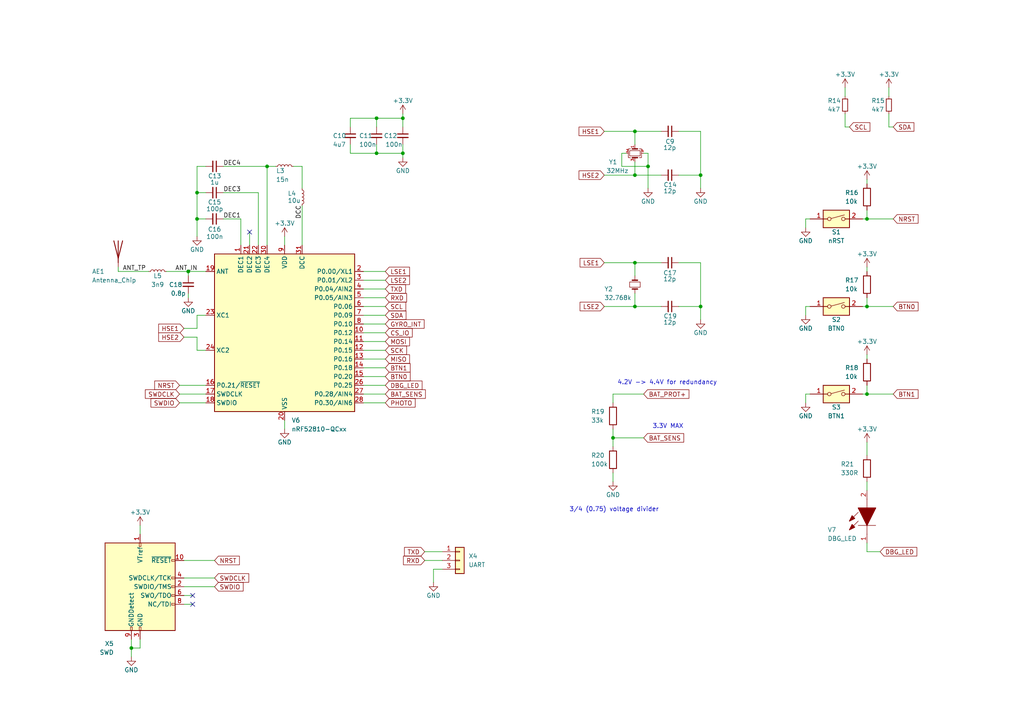
<source format=kicad_sch>
(kicad_sch (version 20211123) (generator eeschema)
  (paper "A4")
  (title_block (title "SmartWatch - [3] MCU") (date "2022-06-19") (comment 4 "Simon Brenninger"))
  (lib_symbols
    (symbol "Connector:Conn_ARM_JTAG_SWD_10" (pin_names (offset 1.016))
      (property "Reference" "J" (at -2.54 16.51 0))
      (property "Value" "Conn_ARM_JTAG_SWD_10" (at -2.54 13.97 0))
      (symbol "Conn_ARM_JTAG_SWD_10_0_1"
        (rectangle (start -10.16 12.7) (end 10.16 -12.7) (stroke (width 0.254)) (fill (type background)))
        (rectangle (start -2.794 -12.7) (end -2.286 -11.684))
        (rectangle (start -0.254 -12.7) (end 0.254 -11.684))
        (rectangle (start -0.254 12.7) (end 0.254 11.684))
        (rectangle (start 9.144 2.286) (end 10.16 2.794))
        (rectangle (start 10.16 -2.794) (end 9.144 -2.286))
        (rectangle (start 10.16 -0.254) (end 9.144 0.254))
        (rectangle (start 10.16 7.874) (end 9.144 7.366))
      )
      (symbol "Conn_ARM_JTAG_SWD_10_1_1"
        (rectangle (start 9.144 -5.334) (end 10.16 -4.826))
        (pin power_in line (at 0 15.24 270) (length 2.54) (name "VTref") (number "1"))
        (pin open_collector line (at 12.7 7.62 180) (length 2.54) (name "~{RESET}") (number "10"))
        (pin bidirectional line (at 12.7 0 180) (length 2.54) (name "SWDIO/TMS") (number "2"))
        (pin power_in line (at 0 -15.24 90) (length 2.54) (name "GND") (number "3"))
        (pin output line (at 12.7 2.54 180) (length 2.54) (name "SWDCLK/TCK") (number "4"))
        (pin passive line (at 0 -15.24 90) (length 2.54) hide (name "GND") (number "5"))
        (pin input line (at 12.7 -2.54 180) (length 2.54) (name "SWO/TDO") (number "6"))
        (pin no_connect line (at -10.16 0 0) (length 2.54) hide (name "KEY") (number "7"))
        (pin output line (at 12.7 -5.08 180) (length 2.54) (name "NC/TDI") (number "8"))
        (pin passive line (at -2.54 -15.24 90) (length 2.54) (name "GNDDetect") (number "9"))
      )
    )
    (symbol "Connector_Generic:Conn_01x03" (pin_names (offset 1.016) hide)
      (property "Reference" "J" (at 0 5.08 0))
      (property "Value" "Conn_01x03" (at 0 -5.08 0))
      (symbol "Conn_01x03_1_1"
        (rectangle (start -1.27 -2.413) (end 0 -2.667) (stroke (width 0.1524)))
        (rectangle (start -1.27 0.127) (end 0 -0.127) (stroke (width 0.1524)))
        (rectangle (start -1.27 2.667) (end 0 2.413) (stroke (width 0.1524)))
        (rectangle (start -1.27 3.81) (end 1.27 -3.81) (stroke (width 0.254)) (fill (type background)))
        (pin passive line (at -5.08 2.54 0) (length 3.81) (name "Pin_1") (number "1"))
        (pin passive line (at -5.08 0 0) (length 3.81) (name "Pin_2") (number "2"))
        (pin passive line (at -5.08 -2.54 0) (length 3.81) (name "Pin_3") (number "3"))
      )
    )
    (symbol "Device:Antenna" (pin_numbers hide) (pin_names (offset 1.016) hide)
      (property "Reference" "AE" (at -1.905 1.905 0))
      (property "Value" "Antenna" (at -1.905 0 0))
      (symbol "Antenna_0_1"
        (polyline (pts (xy 0 2.54) (xy 0 -3.81)) (stroke (width 0.254)))
        (polyline (pts (xy 1.27 2.54) (xy 0 -2.54) (xy -1.27 2.54)) (stroke (width 0.254)))
      )
      (symbol "Antenna_1_1"
        (pin input line (at 0 -5.08 90) (length 2.54) (name "A") (number "1"))
      )
    )
    (symbol "Device:C_Small" (pin_numbers hide) (pin_names (offset 0.254) hide)
      (property "Reference" "C" (at 0.254 1.778 0))
      (property "Value" "C_Small" (at 0.254 -2.032 0))
      (symbol "C_Small_0_1"
        (polyline (pts (xy -1.524 -0.508) (xy 1.524 -0.508)) (stroke (width 0.3302)))
        (polyline (pts (xy -1.524 0.508) (xy 1.524 0.508)) (stroke (width 0.3048)))
      )
      (symbol "C_Small_1_1"
        (pin passive line (at 0 2.54 270) (length 2.032) (name "~") (number "1"))
        (pin passive line (at 0 -2.54 90) (length 2.032) (name "~") (number "2"))
      )
    )
    (symbol "Device:Crystal_GND24_Small" (pin_names (offset 1.016) hide)
      (property "Reference" "Y" (at 1.27 4.445 0))
      (property "Value" "Crystal_GND24_Small" (at 1.27 2.54 0))
      (symbol "Crystal_GND24_Small_0_1"
        (rectangle (start -0.762 -1.524) (end 0.762 1.524))
        (polyline (pts (xy -1.27 -0.762) (xy -1.27 0.762)) (stroke (width 0.381)))
        (polyline (pts (xy 1.27 -0.762) (xy 1.27 0.762)) (stroke (width 0.381)))
        (polyline (pts (xy -1.27 -1.27) (xy -1.27 -1.905) (xy 1.27 -1.905) (xy 1.27 -1.27)))
        (polyline (pts (xy -1.27 1.27) (xy -1.27 1.905) (xy 1.27 1.905) (xy 1.27 1.27)))
      )
      (symbol "Crystal_GND24_Small_1_1"
        (pin passive line (at -2.54 0 0) (length 1.27) (name "1") (number "1"))
        (pin passive line (at 0 -2.54 90) (length 0.635) (name "2") (number "2"))
        (pin passive line (at 2.54 0 180) (length 1.27) (name "3") (number "3"))
        (pin passive line (at 0 2.54 270) (length 0.635) (name "4") (number "4"))
      )
    )
    (symbol "Device:Crystal_Small" (pin_numbers hide) (pin_names (offset 1.016) hide)
      (property "Reference" "Y" (at 0 2.54 0))
      (property "Value" "Crystal_Small" (at 0 -2.54 0))
      (symbol "Crystal_Small_0_1"
        (rectangle (start -0.762 -1.524) (end 0.762 1.524))
        (polyline (pts (xy -1.27 -0.762) (xy -1.27 0.762)) (stroke (width 0.381)))
        (polyline (pts (xy 1.27 -0.762) (xy 1.27 0.762)) (stroke (width 0.381)))
      )
      (symbol "Crystal_Small_1_1"
        (pin passive line (at -2.54 0 0) (length 1.27) (name "1") (number "1"))
        (pin passive line (at 2.54 0 180) (length 1.27) (name "2") (number "2"))
      )
    )
    (symbol "Device:L_Small" (pin_numbers hide) (pin_names (offset 0.254) hide)
      (property "Reference" "L" (at 0.762 1.016 0))
      (property "Value" "L_Small" (at 0.762 -1.016 0))
      (symbol "L_Small_0_1"
        (arc (start 0 -2.032) (mid 0.508 -1.524) (end 0 -1.016))
        (arc (start 0 -1.016) (mid 0.508 -0.508) (end 0 0))
        (arc (start 0 0) (mid 0.508 0.508) (end 0 1.016))
        (arc (start 0 1.016) (mid 0.508 1.524) (end 0 2.032))
      )
      (symbol "L_Small_1_1"
        (pin passive line (at 0 2.54 270) (length 0.508) (name "~") (number "1"))
        (pin passive line (at 0 -2.54 90) (length 0.508) (name "~") (number "2"))
      )
    )
    (symbol "Device:R" (pin_numbers hide) (pin_names (offset 0))
      (property "Reference" "R" (at 2.032 0 90))
      (property "Value" "R" (at 0 0 90))
      (symbol "R_0_1"
        (rectangle (start -1.016 -2.54) (end 1.016 2.54) (stroke (width 0.254)))
      )
      (symbol "R_1_1"
        (pin passive line (at 0 3.81 270) (length 1.27) (name "~") (number "1"))
        (pin passive line (at 0 -3.81 90) (length 1.27) (name "~") (number "2"))
      )
    )
    (symbol "Device:R_Small" (pin_numbers hide) (pin_names (offset 0.254) hide)
      (property "Reference" "R" (at 0.762 0.508 0))
      (property "Value" "R_Small" (at 0.762 -1.016 0))
      (symbol "R_Small_0_1"
        (rectangle (start -0.762 1.778) (end 0.762 -1.778) (stroke (width 0.2032)))
      )
      (symbol "R_Small_1_1"
        (pin passive line (at 0 2.54 270) (length 0.762) (name "~") (number "1"))
        (pin passive line (at 0 -2.54 90) (length 0.762) (name "~") (number "2"))
      )
    )
    (symbol "LED red:150060SS75000" (pin_names (offset 0.762))
      (property "Reference" "LED" (at 12.7 8.89 0))
      (property "Value" "150060SS75000" (at 12.7 6.35 0))
      (symbol "150060SS75000_0_0"
        (pin passive line (at 0 0 0) (length 2.54) (name "~") (number "1"))
        (pin passive line (at 15.24 0 180) (length 2.54) (name "~") (number "2"))
      )
      (symbol "150060SS75000_0_1"
        (polyline (pts (xy 2.54 0) (xy 5.08 0)) (stroke (width 0.1524)))
        (polyline (pts (xy 5.08 2.54) (xy 5.08 -2.54)) (stroke (width 0.1524)))
        (polyline (pts (xy 6.35 2.54) (xy 3.81 5.08)) (stroke (width 0.1524)))
        (polyline (pts (xy 8.89 2.54) (xy 6.35 5.08)) (stroke (width 0.1524)))
        (polyline (pts (xy 10.16 0) (xy 12.7 0)) (stroke (width 0.1524)))
        (polyline (pts (xy 5.08 0) (xy 10.16 2.54) (xy 10.16 -2.54) (xy 5.08 0)) (stroke (width 0.254)) (fill (type outline)))
        (polyline (pts (xy 5.334 4.318) (xy 4.572 3.556) (xy 3.81 5.08) (xy 5.334 4.318)) (stroke (width 0.254)) (fill (type outline)))
        (polyline (pts (xy 7.874 4.318) (xy 7.112 3.556) (xy 6.35 5.08) (xy 7.874 4.318)) (stroke (width 0.254)) (fill (type outline)))
      )
    )
    (symbol "MCU_Nordic:nRF52810-QCxx"
      (property "Reference" "U" (at 0 1.27 0))
      (property "Value" "nRF52810-QCxx" (at 0 -1.27 0))
      (symbol "nRF52810-QCxx_0_1"
        (rectangle (start -20.32 22.86) (end 20.32 -22.86) (stroke (width 0.254)) (fill (type background)))
      )
      (symbol "nRF52810-QCxx_1_1"
        (pin passive line (at -12.7 25.4 270) (length 2.54) (name "DEC1") (number "1"))
        (pin bidirectional line (at 22.86 0 180) (length 2.54) (name "P0.12") (number "10"))
        (pin bidirectional line (at 22.86 -2.54 180) (length 2.54) (name "P0.14") (number "11"))
        (pin bidirectional line (at 22.86 -5.08 180) (length 2.54) (name "P0.15") (number "12"))
        (pin bidirectional line (at 22.86 -7.62 180) (length 2.54) (name "P0.16") (number "13"))
        (pin bidirectional line (at 22.86 -10.16 180) (length 2.54) (name "P0.18") (number "14"))
        (pin bidirectional line (at 22.86 -12.7 180) (length 2.54) (name "P0.20") (number "15"))
        (pin bidirectional line (at -22.86 -15.24 0) (length 2.54) (name "P0.21/~{RESET}") (number "16"))
        (pin input line (at -22.86 -17.78 0) (length 2.54) (name "SWDCLK") (number "17"))
        (pin bidirectional line (at -22.86 -20.32 0) (length 2.54) (name "SWDIO") (number "18"))
        (pin passive line (at -22.86 17.78 0) (length 2.54) (name "ANT") (number "19"))
        (pin bidirectional line (at 22.86 17.78 180) (length 2.54) (name "P0.00/XL1") (number "2"))
        (pin power_in line (at 0 -25.4 90) (length 2.54) (name "VSS") (number "20"))
        (pin passive line (at -10.16 25.4 270) (length 2.54) (name "DEC2") (number "21"))
        (pin passive line (at -7.62 25.4 270) (length 2.54) (name "DEC3") (number "22"))
        (pin input line (at -22.86 5.08 0) (length 2.54) (name "XC1") (number "23"))
        (pin input line (at -22.86 -5.08 0) (length 2.54) (name "XC2") (number "24"))
        (pin passive line (at 0 25.4 270) (length 2.54) hide (name "VDD") (number "25"))
        (pin bidirectional line (at 22.86 -15.24 180) (length 2.54) (name "P0.25") (number "26"))
        (pin bidirectional line (at 22.86 -17.78 180) (length 2.54) (name "P0.28/AIN4") (number "27"))
        (pin bidirectional line (at 22.86 -20.32 180) (length 2.54) (name "P0.30/AIN6") (number "28"))
        (pin passive line (at 0 -25.4 90) (length 2.54) hide (name "VSS") (number "29"))
        (pin bidirectional line (at 22.86 15.24 180) (length 2.54) (name "P0.01/XL2") (number "3"))
        (pin passive line (at -5.08 25.4 270) (length 2.54) (name "DEC4") (number "30"))
        (pin power_out line (at 5.08 25.4 270) (length 2.54) (name "DCC") (number "31"))
        (pin passive line (at 0 25.4 270) (length 2.54) hide (name "VDD") (number "32"))
        (pin passive line (at 0 -25.4 90) (length 2.54) hide (name "VSS") (number "33"))
        (pin bidirectional line (at 22.86 12.7 180) (length 2.54) (name "P0.04/AIN2") (number "4"))
        (pin bidirectional line (at 22.86 10.16 180) (length 2.54) (name "P0.05/AIN3") (number "5"))
        (pin bidirectional line (at 22.86 7.62 180) (length 2.54) (name "P0.06") (number "6"))
        (pin bidirectional line (at 22.86 5.08 180) (length 2.54) (name "P0.09") (number "7"))
        (pin bidirectional line (at 22.86 2.54 180) (length 2.54) (name "P0.10") (number "8"))
        (pin power_in line (at 0 25.4 270) (length 2.54) (name "VDD") (number "9"))
      )
    )
    (symbol "Switch:SW_DIP_x01" (pin_names (offset 0) hide)
      (property "Reference" "SW" (at 0 3.81 0))
      (property "Value" "SW_DIP_x01" (at 0 -3.81 0))
      (symbol "SW_DIP_x01_0_0"
        (circle (center -2.032 0) (radius 0.508))
        (polyline (pts (xy -1.524 0.127) (xy 2.3622 1.1684)))
        (circle (center 2.032 0) (radius 0.508))
      )
      (symbol "SW_DIP_x01_0_1"
        (rectangle (start -3.81 2.54) (end 3.81 -2.54) (stroke (width 0.254)) (fill (type background)))
      )
      (symbol "SW_DIP_x01_1_1"
        (pin passive line (at -7.62 0 0) (length 5.08) (name "~") (number "1"))
        (pin passive line (at 7.62 0 180) (length 5.08) (name "~") (number "2"))
      )
    )
    (symbol "power:+3.3V" (power) (pin_names (offset 0))
      (property "Value" "+3.3V" (at 0 3.556 0))
      (symbol "+3.3V_0_1"
        (polyline (pts (xy -0.762 1.27) (xy 0 2.54)))
        (polyline (pts (xy 0 0) (xy 0 2.54)))
        (polyline (pts (xy 0 2.54) (xy 0.762 1.27)))
      )
      (symbol "+3.3V_1_1"
        (pin power_in line (at 0 0 90) (length 0) hide (name "+3.3V") (number "1"))
      )
    )
    (symbol "power:GND" (power) (pin_names (offset 0))
      (property "Value" "GND" (at 0 -3.81 0))
      (symbol "GND_0_1"
        (polyline (pts (xy 0 0) (xy 0 -1.27) (xy 1.27 -1.27) (xy 0 -2.54) (xy -1.27 -1.27) (xy 0 -1.27)))
      )
      (symbol "GND_1_1"
        (pin power_in line (at 0 0 270) (length 0) hide (name "GND") (number "1"))
      )
    )
  )
  (junction (at 57.15 55.88))
  (junction (at 203.2 50.8))
  (junction (at 116.84 44.45))
  (junction (at 203.2 88.9))
  (junction (at 184.15 76.2))
  (junction (at 184.15 88.9))
  (junction (at 187.96 48.26))
  (junction (at 109.22 34.29))
  (junction (at 54.61 78.74))
  (junction (at 184.15 50.8))
  (junction (at 184.15 38.1))
  (junction (at 251.46 88.9))
  (junction (at 109.22 44.45))
  (junction (at 251.46 63.5))
  (junction (at 77.47 48.26))
  (junction (at 38.1 187.96))
  (junction (at 57.15 63.5))
  (junction (at 177.8 127))
  (junction (at 251.46 114.3))
  (junction (at 116.84 34.29))
  (no_connect (at 55.88 172.72))
  (no_connect (at 55.88 175.26))
  (no_connect (at 72.39 67.31))
  (wire (pts (xy 180.34 44.45) (xy 180.34 48.26)))
  (wire (pts (xy 59.69 63.5) (xy 57.15 63.5)))
  (wire (pts (xy 251.46 60.96) (xy 251.46 63.5)))
  (wire (pts (xy 105.41 106.68) (xy 111.76 106.68)))
  (wire (pts (xy 251.46 114.3) (xy 259.08 114.3)))
  (wire (pts (xy 109.22 34.29) (xy 116.84 34.29)))
  (wire (pts (xy 74.93 55.88) (xy 74.93 71.12)))
  (wire (pts (xy 128.27 165.1) (xy 125.73 165.1)))
  (wire (pts (xy 177.8 114.3) (xy 186.69 114.3)))
  (wire (pts (xy 105.41 88.9) (xy 111.76 88.9)))
  (wire (pts (xy 105.41 96.52) (xy 111.76 96.52)))
  (wire (pts (xy 123.19 160.02) (xy 128.27 160.02)))
  (wire (pts (xy 101.6 36.83) (xy 101.6 34.29)))
  (wire (pts (xy 203.2 50.8) (xy 203.2 54.61)))
  (wire (pts (xy 250.19 88.9) (xy 251.46 88.9)))
  (wire (pts (xy 53.34 95.25) (xy 57.15 95.25)))
  (wire (pts (xy 59.69 55.88) (xy 57.15 55.88)))
  (wire (pts (xy 203.2 76.2) (xy 203.2 88.9)))
  (wire (pts (xy 251.46 157.48) (xy 251.46 160.02)))
  (wire (pts (xy 191.77 38.1) (xy 184.15 38.1)))
  (wire (pts (xy 250.19 114.3) (xy 251.46 114.3)))
  (wire (pts (xy 196.85 50.8) (xy 203.2 50.8)))
  (wire (pts (xy 62.23 167.64) (xy 53.34 167.64)))
  (wire (pts (xy 233.68 114.3) (xy 234.95 114.3)))
  (wire (pts (xy 187.96 44.45) (xy 187.96 48.26)))
  (wire (pts (xy 191.77 76.2) (xy 184.15 76.2)))
  (wire (pts (xy 250.19 63.5) (xy 251.46 63.5)))
  (wire (pts (xy 34.29 78.74) (xy 43.18 78.74)))
  (wire (pts (xy 105.41 93.98) (xy 111.76 93.98)))
  (wire (pts (xy 105.41 91.44) (xy 111.76 91.44)))
  (wire (pts (xy 203.2 38.1) (xy 203.2 50.8)))
  (wire (pts (xy 59.69 48.26) (xy 57.15 48.26)))
  (wire (pts (xy 186.69 127) (xy 177.8 127)))
  (wire (pts (xy 57.15 101.6) (xy 57.15 97.79)))
  (wire (pts (xy 180.34 44.45) (xy 181.61 44.45)))
  (wire (pts (xy 105.41 81.28) (xy 111.76 81.28)))
  (wire (pts (xy 177.8 137.16) (xy 177.8 139.7)))
  (wire (pts (xy 257.81 33.02) (xy 257.81 36.83)))
  (wire (pts (xy 57.15 48.26) (xy 57.15 55.88)))
  (wire (pts (xy 251.46 63.5) (xy 259.08 63.5)))
  (wire (pts (xy 251.46 102.87) (xy 251.46 104.14)))
  (wire (pts (xy 82.55 68.58) (xy 82.55 71.12)))
  (wire (pts (xy 116.84 34.29) (xy 116.84 36.83)))
  (wire (pts (xy 233.68 88.9) (xy 234.95 88.9)))
  (wire (pts (xy 101.6 34.29) (xy 109.22 34.29)))
  (wire (pts (xy 177.8 114.3) (xy 177.8 116.84)))
  (wire (pts (xy 52.07 116.84) (xy 59.69 116.84)))
  (wire (pts (xy 87.63 48.26) (xy 87.63 54.61)))
  (wire (pts (xy 180.34 48.26) (xy 187.96 48.26)))
  (wire (pts (xy 245.11 33.02) (xy 245.11 36.83)))
  (wire (pts (xy 184.15 38.1) (xy 175.26 38.1)))
  (wire (pts (xy 251.46 88.9) (xy 259.08 88.9)))
  (wire (pts (xy 48.26 78.74) (xy 54.61 78.74)))
  (wire (pts (xy 184.15 76.2) (xy 175.26 76.2)))
  (wire (pts (xy 34.29 77.47) (xy 34.29 78.74)))
  (wire (pts (xy 116.84 33.02) (xy 116.84 34.29)))
  (wire (pts (xy 123.19 162.56) (xy 128.27 162.56)))
  (wire (pts (xy 59.69 101.6) (xy 57.15 101.6)))
  (wire (pts (xy 54.61 86.36) (xy 54.61 85.09)))
  (wire (pts (xy 69.85 63.5) (xy 69.85 71.12)))
  (wire (pts (xy 87.63 59.69) (xy 87.63 71.12)))
  (wire (pts (xy 105.41 111.76) (xy 111.76 111.76)))
  (wire (pts (xy 105.41 114.3) (xy 111.76 114.3)))
  (wire (pts (xy 72.39 67.31) (xy 72.39 71.12)))
  (wire (pts (xy 184.15 88.9) (xy 175.26 88.9)))
  (wire (pts (xy 85.09 48.26) (xy 87.63 48.26)))
  (wire (pts (xy 177.8 124.46) (xy 177.8 127)))
  (wire (pts (xy 64.77 48.26) (xy 77.47 48.26)))
  (wire (pts (xy 109.22 44.45) (xy 101.6 44.45)))
  (wire (pts (xy 233.68 63.5) (xy 234.95 63.5)))
  (wire (pts (xy 52.07 114.3) (xy 59.69 114.3)))
  (wire (pts (xy 251.46 52.07) (xy 251.46 53.34)))
  (wire (pts (xy 57.15 95.25) (xy 57.15 91.44)))
  (wire (pts (xy 257.81 36.83) (xy 259.08 36.83)))
  (wire (pts (xy 233.68 116.84) (xy 233.68 114.3)))
  (wire (pts (xy 251.46 86.36) (xy 251.46 88.9)))
  (wire (pts (xy 255.27 160.02) (xy 251.46 160.02)))
  (wire (pts (xy 196.85 38.1) (xy 203.2 38.1)))
  (wire (pts (xy 191.77 50.8) (xy 184.15 50.8)))
  (wire (pts (xy 105.41 99.06) (xy 111.76 99.06)))
  (wire (pts (xy 64.77 55.88) (xy 74.93 55.88)))
  (wire (pts (xy 196.85 88.9) (xy 203.2 88.9)))
  (wire (pts (xy 125.73 165.1) (xy 125.73 168.91)))
  (wire (pts (xy 57.15 68.58) (xy 57.15 63.5)))
  (wire (pts (xy 105.41 86.36) (xy 111.76 86.36)))
  (wire (pts (xy 245.11 25.4) (xy 245.11 27.94)))
  (wire (pts (xy 245.11 36.83) (xy 246.38 36.83)))
  (wire (pts (xy 184.15 76.2) (xy 184.15 80.01)))
  (wire (pts (xy 187.96 48.26) (xy 187.96 54.61)))
  (wire (pts (xy 196.85 76.2) (xy 203.2 76.2)))
  (wire (pts (xy 116.84 44.45) (xy 116.84 45.72)))
  (wire (pts (xy 251.46 128.27) (xy 251.46 132.08)))
  (wire (pts (xy 40.64 185.42) (xy 40.64 187.96)))
  (wire (pts (xy 116.84 41.91) (xy 116.84 44.45)))
  (wire (pts (xy 62.23 162.56) (xy 53.34 162.56)))
  (wire (pts (xy 40.64 187.96) (xy 38.1 187.96)))
  (wire (pts (xy 77.47 48.26) (xy 77.47 71.12)))
  (wire (pts (xy 38.1 187.96) (xy 38.1 190.5)))
  (wire (pts (xy 233.68 91.44) (xy 233.68 88.9)))
  (wire (pts (xy 177.8 127) (xy 177.8 129.54)))
  (wire (pts (xy 109.22 41.91) (xy 109.22 44.45)))
  (wire (pts (xy 105.41 109.22) (xy 111.76 109.22)))
  (wire (pts (xy 116.84 44.45) (xy 109.22 44.45)))
  (wire (pts (xy 57.15 55.88) (xy 57.15 63.5)))
  (wire (pts (xy 186.69 44.45) (xy 187.96 44.45)))
  (wire (pts (xy 109.22 34.29) (xy 109.22 36.83)))
  (wire (pts (xy 105.41 104.14) (xy 111.76 104.14)))
  (wire (pts (xy 184.15 46.99) (xy 184.15 50.8)))
  (wire (pts (xy 40.64 152.4) (xy 40.64 154.94)))
  (wire (pts (xy 54.61 78.74) (xy 59.69 78.74)))
  (wire (pts (xy 251.46 142.24) (xy 251.46 139.7)))
  (wire (pts (xy 82.55 124.46) (xy 82.55 121.92)))
  (wire (pts (xy 191.77 88.9) (xy 184.15 88.9)))
  (wire (pts (xy 55.88 172.72) (xy 53.34 172.72)))
  (wire (pts (xy 52.07 111.76) (xy 59.69 111.76)))
  (wire (pts (xy 105.41 83.82) (xy 111.76 83.82)))
  (wire (pts (xy 55.88 175.26) (xy 53.34 175.26)))
  (wire (pts (xy 57.15 91.44) (xy 59.69 91.44)))
  (wire (pts (xy 184.15 38.1) (xy 184.15 41.91)))
  (wire (pts (xy 57.15 97.79) (xy 53.34 97.79)))
  (wire (pts (xy 54.61 78.74) (xy 54.61 80.01)))
  (wire (pts (xy 105.41 116.84) (xy 111.76 116.84)))
  (wire (pts (xy 105.41 78.74) (xy 111.76 78.74)))
  (wire (pts (xy 184.15 50.8) (xy 175.26 50.8)))
  (wire (pts (xy 77.47 48.26) (xy 80.01 48.26)))
  (wire (pts (xy 62.23 170.18) (xy 53.34 170.18)))
  (wire (pts (xy 257.81 25.4) (xy 257.81 27.94)))
  (wire (pts (xy 105.41 101.6) (xy 111.76 101.6)))
  (wire (pts (xy 184.15 85.09) (xy 184.15 88.9)))
  (wire (pts (xy 101.6 44.45) (xy 101.6 41.91)))
  (wire (pts (xy 38.1 185.42) (xy 38.1 187.96)))
  (wire (pts (xy 251.46 111.76) (xy 251.46 114.3)))
  (wire (pts (xy 251.46 77.47) (xy 251.46 78.74)))
  (wire (pts (xy 64.77 63.5) (xy 69.85 63.5)))
  (wire (pts (xy 233.68 66.04) (xy 233.68 63.5)))
  (wire (pts (xy 203.2 88.9) (xy 203.2 92.71)))
  (text "4.2V -> 4.4V for redundancy" (at 179.07 111.76 0) (effects (font (size 1.27 1.27)) (justify left bottom)))
  (text "3/4 (0.75) voltage divider" (at 165.1 148.59 0) (effects (font (size 1.27 1.27)) (justify left bottom)))
  (text "3.3V MAX" (at 189.23 124.46 0) (effects (font (size 1.27 1.27)) (justify left bottom)))
  (label "DEC1" (at 64.77 63.5 0))
  (label "DCC" (at 87.63 63.5 90))
  (label "DEC4" (at 64.77 48.26 0))
  (label "ANT_IN" (at 50.8 78.74 0))
  (label "ANT_TP" (at 35.56 78.74 0))
  (label "DEC3" (at 64.77 55.88 0))
  (global_label "BTN0" (shape input) (at 259.08 88.9 0) (property "Intersheet References" "${INTERSHEET_REFS}" (effects hide)))
  (global_label "BTN1" (shape input) (at 111.76 106.68 0) (property "Intersheet References" "${INTERSHEET_REFS}" (effects hide)))
  (global_label "BTN0" (shape input) (at 111.76 109.22 0) (property "Intersheet References" "${INTERSHEET_REFS}" (effects hide)))
  (global_label "PHOTO" (shape input) (at 111.76 116.84 0) (property "Intersheet References" "${INTERSHEET_REFS}" (effects hide)))
  (global_label "LSE2" (shape input) (at 175.26 88.9 180) (property "Intersheet References" "${INTERSHEET_REFS}" (effects hide)))
  (global_label "TXD" (shape input) (at 111.76 83.82 0) (property "Intersheet References" "${INTERSHEET_REFS}" (effects hide)))
  (global_label "LSE1" (shape input) (at 111.76 78.74 0) (property "Intersheet References" "${INTERSHEET_REFS}" (effects hide)))
  (global_label "NRST" (shape input) (at 259.08 63.5 0) (property "Intersheet References" "${INTERSHEET_REFS}" (effects hide)))
  (global_label "GYRO_INT" (shape input) (at 111.76 93.98 0) (property "Intersheet References" "${INTERSHEET_REFS}" (effects hide)))
  (global_label "RXD" (shape input) (at 123.19 162.56 180) (property "Intersheet References" "${INTERSHEET_REFS}" (effects hide)))
  (global_label "LSE1" (shape input) (at 175.26 76.2 180) (property "Intersheet References" "${INTERSHEET_REFS}" (effects hide)))
  (global_label "SCL" (shape input) (at 246.38 36.83 0) (property "Intersheet References" "${INTERSHEET_REFS}" (effects hide)))
  (global_label "SCK" (shape input) (at 111.76 101.6 0) (property "Intersheet References" "${INTERSHEET_REFS}" (effects hide)))
  (global_label "SWDCLK" (shape input) (at 62.23 167.64 0) (property "Intersheet References" "${INTERSHEET_REFS}" (effects hide)))
  (global_label "NRST" (shape input) (at 62.23 162.56 0) (property "Intersheet References" "${INTERSHEET_REFS}" (effects hide)))
  (global_label "MISO" (shape input) (at 111.76 104.14 0) (property "Intersheet References" "${INTERSHEET_REFS}" (effects hide)))
  (global_label "HSE1" (shape input) (at 175.26 38.1 180) (property "Intersheet References" "${INTERSHEET_REFS}" (effects hide)))
  (global_label "TXD" (shape input) (at 123.19 160.02 180) (property "Intersheet References" "${INTERSHEET_REFS}" (effects hide)))
  (global_label "BTN1" (shape input) (at 259.08 114.3 0) (property "Intersheet References" "${INTERSHEET_REFS}" (effects hide)))
  (global_label "HSE2" (shape input) (at 175.26 50.8 180) (property "Intersheet References" "${INTERSHEET_REFS}" (effects hide)))
  (global_label "SDA" (shape input) (at 259.08 36.83 0) (property "Intersheet References" "${INTERSHEET_REFS}" (effects hide)))
  (global_label "DBG_LED" (shape input) (at 111.76 111.76 0) (property "Intersheet References" "${INTERSHEET_REFS}" (effects hide)))
  (global_label "BAT_SENS" (shape input) (at 186.69 127 0) (property "Intersheet References" "${INTERSHEET_REFS}" (effects hide)))
  (global_label "LSE2" (shape input) (at 111.76 81.28 0) (property "Intersheet References" "${INTERSHEET_REFS}" (effects hide)))
  (global_label "SDA" (shape input) (at 111.76 91.44 0) (property "Intersheet References" "${INTERSHEET_REFS}" (effects hide)))
  (global_label "DBG_LED" (shape input) (at 255.27 160.02 0) (property "Intersheet References" "${INTERSHEET_REFS}" (effects hide)))
  (global_label "MOSI" (shape input) (at 111.76 99.06 0) (property "Intersheet References" "${INTERSHEET_REFS}" (effects hide)))
  (global_label "SWDIO" (shape input) (at 52.07 116.84 180) (property "Intersheet References" "${INTERSHEET_REFS}" (effects hide)))
  (global_label "SWDCLK" (shape input) (at 52.07 114.3 180) (property "Intersheet References" "${INTERSHEET_REFS}" (effects hide)))
  (global_label "HSE2" (shape input) (at 53.34 97.79 180) (property "Intersheet References" "${INTERSHEET_REFS}" (effects hide)))
  (global_label "NRST" (shape input) (at 52.07 111.76 180) (property "Intersheet References" "${INTERSHEET_REFS}" (effects hide)))
  (global_label "BAT_SENS" (shape input) (at 111.76 114.3 0) (property "Intersheet References" "${INTERSHEET_REFS}" (effects hide)))
  (global_label "SCL" (shape input) (at 111.76 88.9 0) (property "Intersheet References" "${INTERSHEET_REFS}" (effects hide)))
  (global_label "RXD" (shape input) (at 111.76 86.36 0) (property "Intersheet References" "${INTERSHEET_REFS}" (effects hide)))
  (global_label "BAT_PROT+" (shape input) (at 186.69 114.3 0) (property "Intersheet References" "${INTERSHEET_REFS}" (effects hide)))
  (global_label "CS_IO" (shape input) (at 111.76 96.52 0) (property "Intersheet References" "${INTERSHEET_REFS}" (effects hide)))
  (global_label "SWDIO" (shape input) (at 62.23 170.18 0) (property "Intersheet References" "${INTERSHEET_REFS}" (effects hide)))
  (global_label "HSE1" (shape input) (at 53.34 95.25 180) (property "Intersheet References" "${INTERSHEET_REFS}" (effects hide)))
  (symbol (lib_id "power:+3.3V") (at 251.46 52.07 0) (unit 1)
    (property "Reference" "#PWR032" (effects hide))
    (property "Value" "+3.3V" (at 251.46 48.26 0))
  )
  (symbol (lib_id "power:GND") (at 38.1 190.5 0) (unit 1)
    (property "Reference" "#PWR049" (effects hide))
    (property "Value" "GND" (at 38.1 194.31 0))
  )
  (symbol (lib_id "power:GND") (at 233.68 66.04 0) (unit 1)
    (property "Reference" "#PWR035" (effects hide))
    (property "Value" "GND" (at 233.68 69.85 0))
  )
  (symbol (lib_id "Device:R") (at 177.8 133.35 0) (unit 1)
    (property "Reference" "R20" (at 171.45 132.08 0) (effects (justify left)))
    (property "Value" "100k" (at 171.45 134.62 0) (effects (justify left)))
    (property "Footprint" "Resistor_SMD:R_0603_1608Metric" (effects hide))
  )
  (symbol (lib_id "Device:C_Small") (at 101.6 39.37 0) (unit 1)
    (property "Reference" "C10" (at 96.52 39.37 0) (effects (justify left)))
    (property "Value" "4u7" (at 96.52 41.91 0) (effects (justify left)))
    (property "Footprint" "Capacitor_SMD:C_0603_1608Metric" (effects hide))
  )
  (symbol (lib_id "power:GND") (at 233.68 116.84 0) (unit 1)
    (property "Reference" "#PWR043" (effects hide))
    (property "Value" "GND" (at 233.68 120.65 0))
  )
  (symbol (lib_id "power:+3.3V") (at 82.55 68.58 0) (unit 1)
    (property "Reference" "#PWR037" (effects hide))
    (property "Value" "+3.3V" (at 82.55 64.77 0))
  )
  (symbol (lib_id "power:+3.3V") (at 116.84 33.02 0) (unit 1)
    (property "Reference" "#PWR030" (effects hide))
    (property "Value" "+3.3V" (at 116.84 29.21 0))
  )
  (symbol (lib_id "MCU_Nordic:nRF52810-QCxx") (at 82.55 96.52 0) (unit 1)
    (property "Reference" "V6" (at 84.5694 121.92 0) (effects (justify left)))
    (property "Value" "nRF52810-QCxx" (at 84.5694 124.46 0) (effects (justify left)))
    (property "Footprint" "Package_DFN_QFN:QFN-32-1EP_5x5mm_P0.5mm_EP3.6x3.6mm" (effects hide))
    (property "Datasheet" "http://infocenter.nordicsemi.com/pdf/nRF52810_PS_v1.1.pdf" (effects hide))
  )
  (symbol (lib_id "power:+3.3V") (at 257.81 25.4 0) (unit 1)
    (property "Reference" "#PWR029" (effects hide))
    (property "Value" "+3.3V" (at 257.81 21.59 0))
  )
  (symbol (lib_id "Device:R_Small") (at 245.11 30.48 0) (unit 1)
    (property "Reference" "R14" (at 240.03 29.21 0) (effects (justify left)))
    (property "Value" "4k7" (at 240.03 31.75 0) (effects (justify left)))
    (property "Footprint" "Resistor_SMD:R_0603_1608Metric" (effects hide))
  )
  (symbol (lib_id "power:GND") (at 57.15 68.58 0) (unit 1)
    (property "Reference" "#PWR036" (effects hide))
    (property "Value" "GND" (at 57.15 72.39 0))
  )
  (symbol (lib_id "Device:Crystal_Small") (at 184.15 82.55 90) (unit 1)
    (property "Reference" "Y2" (at 175.26 83.82 90) (effects (justify right)))
    (property "Value" "32.768k" (at 175.26 86.36 90) (effects (justify right)))
    (property "Footprint" "Crystal:Crystal_SMD_3215-2Pin_3.2x1.5mm" (effects hide))
    (property "Mouser Part Number" "ECS-.327-9-34B-C-TR" (effects hide))
  )
  (symbol (lib_id "power:GND") (at 233.68 91.44 0) (unit 1)
    (property "Reference" "#PWR040" (effects hide))
    (property "Value" "GND" (at 233.68 95.25 0))
  )
  (symbol (lib_id "power:GND") (at 82.55 124.46 0) (unit 1)
    (property "Reference" "#PWR044" (effects hide))
    (property "Value" "GND" (at 82.55 128.27 0))
  )
  (symbol (lib_id "Device:R") (at 251.46 57.15 0) (unit 1)
    (property "Reference" "R16" (at 245.11 55.88 0) (effects (justify left)))
    (property "Value" "10k" (at 245.11 58.42 0) (effects (justify left)))
    (property "Footprint" "Resistor_SMD:R_0603_1608Metric" (effects hide))
  )
  (symbol (lib_id "Device:C_Small") (at 62.23 48.26 270) (unit 1)
    (property "Reference" "C13" (at 60.3119 51.0586 90) (effects (justify left)))
    (property "Value" "1u" (at 60.9629 52.8954 90) (effects (justify left)))
    (property "Footprint" "Capacitor_SMD:C_0603_1608Metric" (effects hide))
  )
  (symbol (lib_id "Device:R") (at 251.46 82.55 0) (unit 1)
    (property "Reference" "R17" (at 245.11 81.28 0) (effects (justify left)))
    (property "Value" "10k" (at 245.11 83.82 0) (effects (justify left)))
    (property "Footprint" "Resistor_SMD:R_0603_1608Metric" (effects hide))
  )
  (symbol (lib_id "Device:C_Small") (at 116.84 39.37 0) (unit 1)
    (property "Reference" "C12" (at 111.3214 39.3699 0) (effects (justify left)))
    (property "Value" "100n" (at 111.76 41.91 0) (effects (justify left)))
    (property "Footprint" "Capacitor_SMD:C_0603_1608Metric" (effects hide))
  )
  (symbol (lib_id "Device:L_Small") (at 82.55 48.26 270) (mirror x) (unit 1)
    (property "Reference" "L3" (at 82.55 49.53 90) (effects (justify right)))
    (property "Value" "15n" (at 83.82 52.07 90) (effects (justify right)))
    (property "Footprint" "Inductor_SMD:L_0603_1608Metric" (effects hide))
  )
  (symbol (lib_id "power:GND") (at 125.73 168.91 0) (unit 1)
    (property "Reference" "#PWR048" (effects hide))
    (property "Value" "GND" (at 125.73 172.72 0))
  )
  (symbol (lib_id "Device:L_Small") (at 45.72 78.74 90) (unit 1)
    (property "Reference" "L5" (at 45.72 80.01 90))
    (property "Value" "3n9" (at 45.72 82.55 90))
    (property "Footprint" "Inductor_SMD:L_0603_1608Metric" (effects hide))
  )
  (symbol (lib_id "Device:L_Small") (at 87.63 57.15 0) (mirror x) (unit 1)
    (property "Reference" "L4" (at 85.8994 56.1034 0) (effects (justify right)))
    (property "Value" "10u" (at 87.209 58.1614 0) (effects (justify right)))
    (property "Footprint" "Inductor_SMD:L_0603_1608Metric" (effects hide))
  )
  (symbol (lib_id "power:GND") (at 54.61 86.36 0) (unit 1)
    (property "Reference" "#PWR039" (effects hide))
    (property "Value" "GND" (at 54.61 90.17 0))
  )
  (symbol (lib_id "Device:C_Small") (at 194.31 38.1 270) (mirror x) (unit 1)
    (property "Reference" "C9" (at 194.3257 41.055 90))
    (property "Value" "12p" (at 194.2453 42.8228 90))
    (property "Footprint" "Capacitor_SMD:C_0603_1608Metric" (effects hide))
  )
  (symbol (lib_id "power:GND") (at 116.84 45.72 0) (unit 1)
    (property "Reference" "#PWR031" (effects hide))
    (property "Value" "GND" (at 116.84 49.53 0))
  )
  (symbol (lib_id "power:+3.3V") (at 40.64 152.4 0) (unit 1)
    (property "Reference" "#PWR047" (effects hide))
    (property "Value" "+3.3V" (at 40.64 148.59 0))
  )
  (symbol (lib_id "Device:Crystal_GND24_Small") (at 184.15 44.45 270) (unit 1)
    (property "Reference" "Y1" (at 177.8 46.99 90))
    (property "Value" "32MHz" (at 179.07 49.53 90))
    (property "Footprint" "Crystal:Crystal_SMD_2520-4Pin_2.5x2.0mm" (effects hide))
    (property "Mouser Part Number" "ECS-320-8-36CKM-TR3" (effects hide))
  )
  (symbol (lib_id "Device:C_Small") (at 109.22 39.37 0) (unit 1)
    (property "Reference" "C11" (at 104.14 39.37 0) (effects (justify left)))
    (property "Value" "100n" (at 104.14 41.91 0) (effects (justify left)))
    (property "Footprint" "Capacitor_SMD:C_0603_1608Metric" (effects hide))
  )
  (symbol (lib_id "power:+3.3V") (at 251.46 77.47 0) (unit 1)
    (property "Reference" "#PWR038" (effects hide))
    (property "Value" "+3.3V" (at 251.46 73.66 0))
  )
  (symbol (lib_id "power:GND") (at 187.96 54.61 0) (mirror y) (unit 1)
    (property "Reference" "#PWR033" (effects hide))
    (property "Value" "GND" (at 187.96 58.42 0))
  )
  (symbol (lib_id "Device:C_Small") (at 62.23 55.88 270) (unit 1)
    (property "Reference" "C15" (at 60.277 58.6466 90) (effects (justify left)))
    (property "Value" "100p" (at 59.7748 60.5995 90) (effects (justify left)))
    (property "Footprint" "Capacitor_SMD:C_0603_1608Metric" (effects hide))
  )
  (symbol (lib_id "Device:C_Small") (at 194.31 88.9 270) (mirror x) (unit 1)
    (property "Reference" "C19" (at 194.4037 91.681 90))
    (property "Value" "12p" (at 194.2832 93.4889 90))
    (property "Footprint" "Capacitor_SMD:C_0603_1608Metric" (effects hide))
  )
  (symbol (lib_id "LED red:150060SS75000") (at 251.46 157.48 90) (unit 1)
    (property "Reference" "V7" (at 240.03 153.67 90) (effects (justify right)))
    (property "Value" "DBG_LED" (at 240.03 156.21 90) (effects (justify right)))
    (property "Footprint" "LED red:LEDC1608X80N" (effects hide))
    (property "Description" "LED,Wurth Elektronik,150060SS75000 Wurth Elektronik 150060SS75000, WL-SMCW Series Red LED, 630 nm, 1608 (0603) Clear, Rectangle Lens SMD Package" (effects hide))
    (property "Height" "0.8" (effects hide))
    (property "Mouser Part Number" "710-150060SS75000" (effects hide))
    (property "Mouser Price/Stock" "https://www.mouser.co.uk/ProductDetail/Wurth-Elektronik/150060SS75000?qs=LlUlMxKIyB0oQaxwspeTEA%3D%3D" (effects hide))
    (property "Manufacturer_Name" "Wurth Elektronik" (effects hide))
    (property "Manufacturer_Part_Number" "150060SS75000" (effects hide))
  )
  (symbol (lib_id "Device:R_Small") (at 257.81 30.48 0) (unit 1)
    (property "Reference" "R15" (at 252.73 29.21 0) (effects (justify left)))
    (property "Value" "4k7" (at 252.73 31.75 0) (effects (justify left)))
    (property "Footprint" "Resistor_SMD:R_0603_1608Metric" (effects hide))
  )
  (symbol (lib_id "power:GND") (at 203.2 54.61 0) (mirror y) (unit 1)
    (property "Reference" "#PWR034" (effects hide))
    (property "Value" "GND" (at 203.2 58.42 0))
  )
  (symbol (lib_id "Device:C_Small") (at 62.23 63.5 270) (unit 1)
    (property "Reference" "C16" (at 60.277 66.5142 90) (effects (justify left)))
    (property "Value" "100n" (at 59.7748 68.6346 90) (effects (justify left)))
    (property "Footprint" "Capacitor_SMD:C_0603_1608Metric" (effects hide))
  )
  (symbol (lib_id "power:+3.3V") (at 251.46 128.27 0) (unit 1)
    (property "Reference" "#PWR045" (effects hide))
    (property "Value" "+3.3V" (at 251.46 124.46 0))
  )
  (symbol (lib_id "Switch:SW_DIP_x01") (at 242.57 88.9 0) (unit 1)
    (property "Reference" "S2" (at 242.57 92.71 0))
    (property "Value" "BTN0" (at 242.57 95.25 0))
    (property "Footprint" "myLib:Tactile_Panasonic_EVQP7J01P" (effects hide))
  )
  (symbol (lib_id "Device:C_Small") (at 194.31 50.8 270) (mirror x) (unit 1)
    (property "Reference" "C14" (at 194.4037 53.581 90))
    (property "Value" "12p" (at 194.2832 55.3889 90))
    (property "Footprint" "Capacitor_SMD:C_0603_1608Metric" (effects hide))
  )
  (symbol (lib_id "power:GND") (at 203.2 92.71 0) (mirror y) (unit 1)
    (property "Reference" "#PWR041" (effects hide))
    (property "Value" "GND" (at 203.2 96.52 0))
  )
  (symbol (lib_id "Device:Antenna") (at 34.29 72.39 0) (unit 1)
    (property "Reference" "AE1" (at 26.67 78.74 0) (effects (justify left)))
    (property "Value" "Antenna_Chip" (at 26.67 81.28 0) (effects (justify left)))
    (property "Footprint" "myLib:Ignion_NN01-102_BT_WIFI" (effects hide))
  )
  (symbol (lib_id "Connector:Conn_ARM_JTAG_SWD_10") (at 40.64 170.18 0) (unit 1)
    (property "Reference" "X5" (at 33.02 186.69 0) (effects (justify right)))
    (property "Value" "SWD" (at 33.02 189.23 0) (effects (justify right)))
    (property "Footprint" "myLib:PinHeader_2x05_P1.27mm_Vertical_SMD" (effects hide))
    (property "Datasheet" "http://infocenter.arm.com/help/topic/com.arm.doc.ddi0314h/DDI0314H_coresight_components_trm.pdf" (effects hide))
  )
  (symbol (lib_id "Device:C_Small") (at 194.31 76.2 270) (mirror x) (unit 1)
    (property "Reference" "C17" (at 194.3257 79.155 90))
    (property "Value" "12p" (at 194.2453 80.9228 90))
    (property "Footprint" "Capacitor_SMD:C_0603_1608Metric" (effects hide))
  )
  (symbol (lib_id "Device:C_Small") (at 54.61 82.55 0) (unit 1)
    (property "Reference" "C18" (at 48.9952 82.5703 0) (effects (justify left)))
    (property "Value" "0.8p" (at 49.53 85.09 0) (effects (justify left)))
    (property "Footprint" "Capacitor_SMD:C_0603_1608Metric" (effects hide))
  )
  (symbol (lib_id "Switch:SW_DIP_x01") (at 242.57 114.3 0) (unit 1)
    (property "Reference" "S3" (at 242.57 118.11 0))
    (property "Value" "BTN1" (at 242.57 120.65 0))
    (property "Footprint" "myLib:Tactile_Panasonic_EVQP7J01P" (effects hide))
  )
  (symbol (lib_id "Connector_Generic:Conn_01x03") (at 133.35 162.56 0) (unit 1)
    (property "Reference" "X4" (at 135.89 161.2899 0) (effects (justify left)))
    (property "Value" "UART" (at 135.89 163.8299 0) (effects (justify left)))
    (property "Footprint" "myLib:PinHeader_2x03_P1.27mm_Vertical_SMD" (effects hide))
  )
  (symbol (lib_id "Device:R") (at 251.46 135.89 0) (unit 1)
    (property "Reference" "R21" (at 243.84 134.62 0) (effects (justify left)))
    (property "Value" "330R" (at 243.84 137.16 0) (effects (justify left)))
    (property "Footprint" "Resistor_SMD:R_0603_1608Metric" (effects hide))
  )
  (symbol (lib_id "Switch:SW_DIP_x01") (at 242.57 63.5 0) (unit 1)
    (property "Reference" "S1" (at 242.57 67.31 0))
    (property "Value" "nRST" (at 242.57 69.85 0))
    (property "Footprint" "myLib:SW_SPST_EVQP2" (effects hide))
  )
  (symbol (lib_id "power:GND") (at 177.8 139.7 0) (unit 1)
    (property "Reference" "#PWR046" (effects hide))
    (property "Value" "GND" (at 177.8 143.51 0))
  )
  (symbol (lib_id "power:+3.3V") (at 251.46 102.87 0) (unit 1)
    (property "Reference" "#PWR042" (effects hide))
    (property "Value" "+3.3V" (at 251.46 99.06 0))
  )
  (symbol (lib_id "Device:R") (at 177.8 120.65 0) (unit 1)
    (property "Reference" "R19" (at 171.45 119.38 0) (effects (justify left)))
    (property "Value" "33k" (at 171.45 121.92 0) (effects (justify left)))
    (property "Footprint" "Resistor_SMD:R_0603_1608Metric" (effects hide))
  )
  (symbol (lib_id "power:+3.3V") (at 245.11 25.4 0) (unit 1)
    (property "Reference" "#PWR028" (effects hide))
    (property "Value" "+3.3V" (at 245.11 21.59 0))
  )
  (symbol (lib_id "Device:R") (at 251.46 107.95 0) (unit 1)
    (property "Reference" "R18" (at 245.11 106.68 0) (effects (justify left)))
    (property "Value" "10k" (at 245.11 109.22 0) (effects (justify left)))
    (property "Footprint" "Resistor_SMD:R_0603_1608Metric" (effects hide))
  )
)
</source>
